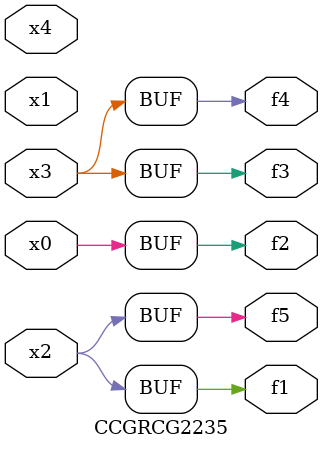
<source format=v>
module CCGRCG2235(
	input x0, x1, x2, x3, x4,
	output f1, f2, f3, f4, f5
);
	assign f1 = x2;
	assign f2 = x0;
	assign f3 = x3;
	assign f4 = x3;
	assign f5 = x2;
endmodule

</source>
